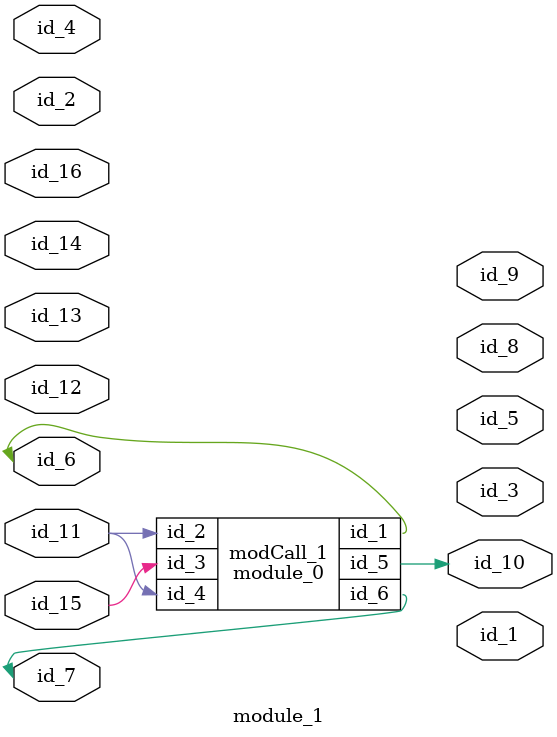
<source format=v>
module module_0 (
    id_1,
    id_2,
    id_3,
    id_4,
    id_5,
    id_6
);
  inout wire id_6;
  output wire id_5;
  input wire id_4;
  input wire id_3;
  input wire id_2;
  inout wire id_1;
  assign id_5 = 1;
endmodule
module module_1 (
    id_1,
    id_2,
    id_3,
    id_4,
    id_5,
    id_6,
    id_7,
    id_8,
    id_9,
    id_10,
    id_11,
    id_12,
    id_13,
    id_14,
    id_15,
    id_16
);
  inout wire id_16;
  inout wire id_15;
  input wire id_14;
  inout wire id_13;
  inout wire id_12;
  inout wire id_11;
  output wire id_10;
  output wire id_9;
  output wire id_8;
  inout wire id_7;
  inout wire id_6;
  output wire id_5;
  inout wire id_4;
  output wire id_3;
  input wire id_2;
  output wire id_1;
  module_0 modCall_1 (
      id_6,
      id_11,
      id_15,
      id_11,
      id_10,
      id_7
  );
endmodule

</source>
